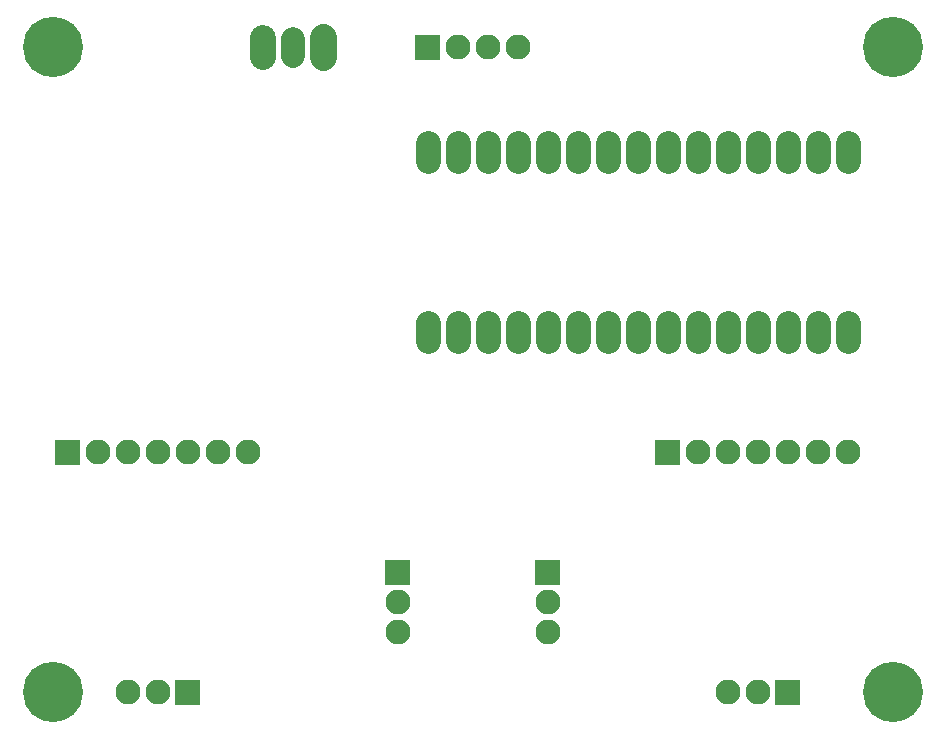
<source format=gbr>
%FSLAX34Y34*%
%MOMM*%
%LNSOLDERMASK_BOTTOM*%
G71*
G01*
%ADD10C, 2.120*%
%ADD11C, 2.000*%
%ADD12C, 2.100*%
%ADD13C, 2.300*%
%ADD14C, 2.000*%
%ADD15C, 2.200*%
%ADD16C, 5.100*%
%LPD*%
G36*
X345000Y975800D02*
X366200Y975800D01*
X366200Y954600D01*
X345000Y954600D01*
X345000Y975800D01*
G37*
X381000Y965200D02*
G54D10*
D03*
X406400Y965200D02*
G54D10*
D03*
X431800Y965200D02*
G54D10*
D03*
G36*
X40200Y632900D02*
X61400Y632900D01*
X61400Y611700D01*
X40200Y611700D01*
X40200Y632900D01*
G37*
X76200Y622300D02*
G54D10*
D03*
X101600Y622300D02*
G54D10*
D03*
X127000Y622300D02*
G54D10*
D03*
X152400Y622300D02*
G54D10*
D03*
X177800Y622300D02*
G54D10*
D03*
X203200Y622300D02*
G54D10*
D03*
G36*
X548200Y632900D02*
X569400Y632900D01*
X569400Y611700D01*
X548200Y611700D01*
X548200Y632900D01*
G37*
X584200Y622300D02*
G54D10*
D03*
X609600Y622300D02*
G54D10*
D03*
X635000Y622300D02*
G54D10*
D03*
X660400Y622300D02*
G54D10*
D03*
X685800Y622300D02*
G54D10*
D03*
X711200Y622300D02*
G54D10*
D03*
G36*
X671000Y408500D02*
X649800Y408500D01*
X649800Y429700D01*
X671000Y429700D01*
X671000Y408500D01*
G37*
X635000Y419100D02*
G54D10*
D03*
X609600Y419100D02*
G54D10*
D03*
G36*
X163000Y408500D02*
X141800Y408500D01*
X141800Y429700D01*
X163000Y429700D01*
X163000Y408500D01*
G37*
X127000Y419100D02*
G54D10*
D03*
X101600Y419100D02*
G54D10*
D03*
G36*
X345600Y733900D02*
X365600Y733900D01*
X365600Y713900D01*
X345600Y713900D01*
X345600Y733900D01*
G37*
X381000Y723900D02*
G54D11*
D03*
X406400Y723900D02*
G54D11*
D03*
X431800Y723900D02*
G54D11*
D03*
X457200Y723900D02*
G54D11*
D03*
X482600Y723900D02*
G54D11*
D03*
X508000Y723900D02*
G54D11*
D03*
X533400Y723900D02*
G54D11*
D03*
X558800Y723900D02*
G54D11*
D03*
X584200Y723900D02*
G54D11*
D03*
X609600Y723900D02*
G54D11*
D03*
X635000Y723900D02*
G54D11*
D03*
X660400Y723900D02*
G54D11*
D03*
X685800Y723900D02*
G54D11*
D03*
X711200Y723900D02*
G54D11*
D03*
X711200Y876300D02*
G54D11*
D03*
X685800Y876300D02*
G54D11*
D03*
X660400Y876300D02*
G54D11*
D03*
X635000Y876300D02*
G54D11*
D03*
X609600Y876300D02*
G54D11*
D03*
X584200Y876300D02*
G54D11*
D03*
X558800Y876300D02*
G54D11*
D03*
X533400Y876300D02*
G54D11*
D03*
X508000Y876300D02*
G54D11*
D03*
X482600Y876300D02*
G54D11*
D03*
X457200Y876300D02*
G54D11*
D03*
X431800Y876300D02*
G54D11*
D03*
X406400Y876300D02*
G54D11*
D03*
X381000Y876300D02*
G54D11*
D03*
X355600Y876300D02*
G54D11*
D03*
G54D12*
X355600Y883800D02*
X355600Y868800D01*
G54D12*
X381000Y883800D02*
X381000Y868800D01*
G54D12*
X406400Y883800D02*
X406400Y868800D01*
G54D12*
X431800Y883800D02*
X431800Y868800D01*
G54D12*
X457200Y883800D02*
X457200Y868800D01*
G54D12*
X482600Y883800D02*
X482600Y868800D01*
G54D12*
X508000Y883800D02*
X508000Y868800D01*
G54D12*
X533400Y883800D02*
X533400Y868800D01*
G54D12*
X558800Y883800D02*
X558800Y868800D01*
G54D12*
X584200Y883800D02*
X584200Y868800D01*
G54D12*
X609600Y883800D02*
X609600Y868800D01*
G54D12*
X635000Y883800D02*
X635000Y868800D01*
G54D12*
X660400Y883800D02*
X660400Y868800D01*
G54D12*
X685800Y883800D02*
X685800Y868800D01*
G54D12*
X711200Y883800D02*
X711200Y868800D01*
G54D12*
X711200Y731400D02*
X711200Y716400D01*
G54D12*
X685800Y731400D02*
X685800Y716400D01*
G54D12*
X660400Y731400D02*
X660400Y716400D01*
G54D12*
X635000Y731400D02*
X635000Y716400D01*
G54D12*
X609600Y731400D02*
X609600Y716400D01*
G54D12*
X584200Y731400D02*
X584200Y716400D01*
G54D12*
X558800Y731400D02*
X558800Y716400D01*
G54D12*
X533400Y731400D02*
X533400Y716400D01*
G54D12*
X508000Y731400D02*
X508000Y716400D01*
G54D12*
X482600Y731400D02*
X482600Y716400D01*
G54D12*
X457200Y731400D02*
X457200Y716400D01*
G54D12*
X431800Y731400D02*
X431800Y716400D01*
G54D12*
X406400Y731400D02*
X406400Y716400D01*
G54D12*
X381000Y731400D02*
X381000Y716400D01*
G54D12*
X355600Y731400D02*
X355600Y716400D01*
G36*
X340800Y531300D02*
X340800Y510100D01*
X319600Y510100D01*
X319600Y531300D01*
X340800Y531300D01*
G37*
X330200Y495300D02*
G54D10*
D03*
X330200Y469900D02*
G54D10*
D03*
G36*
X467800Y531300D02*
X467800Y510100D01*
X446600Y510100D01*
X446600Y531300D01*
X467800Y531300D01*
G37*
X457200Y495300D02*
G54D10*
D03*
X457200Y469900D02*
G54D10*
D03*
G36*
X205300Y975800D02*
X226500Y975800D01*
X226500Y954600D01*
X205300Y954600D01*
X205300Y975800D01*
G37*
X241300Y965200D02*
G54D10*
D03*
X266700Y965200D02*
G54D10*
D03*
G54D13*
X266700Y973700D02*
X266700Y956700D01*
G54D14*
X241300Y972200D02*
X241300Y958200D01*
G54D15*
X215900Y973200D02*
X215900Y957200D01*
X38100Y419100D02*
G54D16*
D03*
X749300Y419100D02*
G54D16*
D03*
X749300Y965200D02*
G54D16*
D03*
X38100Y965200D02*
G54D16*
D03*
M02*

</source>
